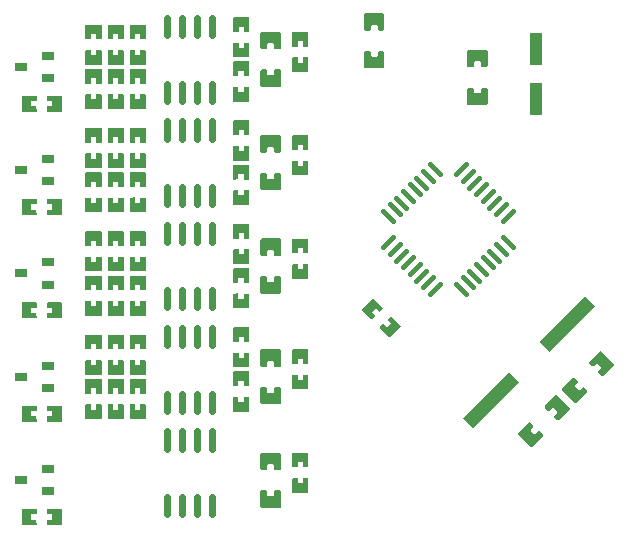
<source format=gtp>
G04 Layer: TopPasteMaskLayer*
G04 EasyEDA v6.5.9, 2022-07-21 16:41:51*
G04 b4f09f4bc33d498599fb5b0af984a39b,0f63320d19d842adba92ba3d91eb0df2,10*
G04 Gerber Generator version 0.2*
G04 Scale: 100 percent, Rotated: No, Reflected: No *
G04 Dimensions in millimeters *
G04 leading zeros omitted , absolute positions ,4 integer and 5 decimal *
%FSLAX45Y45*%
%MOMM*%

%ADD10C,0.5880*%
%ADD11C,0.4500*%
%ADD12R,1.1000X2.8000*%
%ADD13R,1.0000X0.8000*%

%LPD*%
G36*
X9096908Y1469136D02*
G01*
X9006078Y1378254D01*
X9006078Y1364132D01*
X9032240Y1337970D01*
X9046413Y1337970D01*
X9067952Y1359509D01*
X9082074Y1359509D01*
X9109506Y1332128D01*
X9109506Y1317955D01*
X9087916Y1296416D01*
X9087916Y1282242D01*
X9114129Y1256080D01*
X9128252Y1256080D01*
X9219133Y1346962D01*
X9219133Y1361084D01*
X9111081Y1469136D01*
G37*
G36*
X8871712Y1243939D02*
G01*
X8780830Y1153058D01*
X8780830Y1138885D01*
X8888882Y1030884D01*
X8903055Y1030884D01*
X8993886Y1121714D01*
X8993886Y1135888D01*
X8967724Y1162050D01*
X8953550Y1162050D01*
X8932011Y1140510D01*
X8917889Y1140510D01*
X8890457Y1167892D01*
X8890457Y1182014D01*
X8912047Y1203604D01*
X8912047Y1217726D01*
X8885834Y1243939D01*
G37*
G36*
X9246717Y1618894D02*
G01*
X9155836Y1528064D01*
X9155836Y1513890D01*
X9263888Y1405839D01*
X9278061Y1405839D01*
X9368891Y1496720D01*
X9368891Y1510893D01*
X9342729Y1537055D01*
X9328556Y1537055D01*
X9307017Y1515465D01*
X9292894Y1515465D01*
X9265462Y1542897D01*
X9265462Y1557020D01*
X9287052Y1578610D01*
X9287052Y1592732D01*
X9260840Y1618894D01*
G37*
G36*
X9471914Y1844141D02*
G01*
X9381083Y1753260D01*
X9381083Y1739138D01*
X9407245Y1712925D01*
X9421368Y1712925D01*
X9442958Y1734515D01*
X9457080Y1734515D01*
X9484512Y1707083D01*
X9484512Y1692960D01*
X9462922Y1671421D01*
X9462922Y1657248D01*
X9489135Y1631086D01*
X9503257Y1631086D01*
X9594138Y1721916D01*
X9594138Y1736089D01*
X9486087Y1844141D01*
G37*
G36*
X6611112Y983487D02*
G01*
X6601104Y973480D01*
X6601104Y845007D01*
X6611112Y834999D01*
X6648094Y834999D01*
X6658102Y845007D01*
X6658102Y875487D01*
X6668109Y885494D01*
X6706870Y885494D01*
X6716877Y875487D01*
X6716877Y845007D01*
X6726885Y834999D01*
X6763867Y834999D01*
X6773875Y845007D01*
X6773875Y973480D01*
X6763867Y983487D01*
G37*
G36*
X6611112Y665022D02*
G01*
X6601104Y655015D01*
X6601104Y526491D01*
X6611112Y516483D01*
X6763867Y516483D01*
X6773875Y526491D01*
X6773875Y655015D01*
X6763867Y665022D01*
X6726885Y665022D01*
X6716877Y655015D01*
X6716877Y624484D01*
X6706870Y614527D01*
X6668109Y614527D01*
X6658102Y624484D01*
X6658102Y655015D01*
X6648094Y665022D01*
G37*
G36*
X6873494Y1857502D02*
G01*
X6868464Y1852523D01*
X6868464Y1737512D01*
X6873494Y1732483D01*
X6915505Y1732991D01*
X6915505Y1776984D01*
X6960463Y1776984D01*
X6960463Y1731975D01*
X7001509Y1732483D01*
X7006488Y1737512D01*
X7006488Y1852523D01*
X7001509Y1857502D01*
G37*
G36*
X6873494Y1642516D02*
G01*
X6868464Y1637487D01*
X6868464Y1522476D01*
X6873494Y1517497D01*
X7001509Y1517497D01*
X7006488Y1522476D01*
X7006488Y1637487D01*
X7001509Y1642516D01*
X6960463Y1642008D01*
X6960463Y1598015D01*
X6915505Y1598015D01*
X6915505Y1642516D01*
G37*
G36*
X6873494Y2795016D02*
G01*
X6868464Y2789986D01*
X6868464Y2674975D01*
X6873494Y2669997D01*
X6915505Y2670505D01*
X6915505Y2714498D01*
X6960463Y2714498D01*
X6960463Y2669489D01*
X7001509Y2669997D01*
X7006488Y2674975D01*
X7006488Y2789986D01*
X7001509Y2795016D01*
G37*
G36*
X6873494Y2579979D02*
G01*
X6868464Y2575001D01*
X6868464Y2459990D01*
X6873494Y2455011D01*
X7001509Y2455011D01*
X7006488Y2459990D01*
X7006488Y2575001D01*
X7001509Y2579979D01*
X6960463Y2579471D01*
X6960463Y2535478D01*
X6915505Y2535478D01*
X6915505Y2579979D01*
G37*
G36*
X6873494Y3669995D02*
G01*
X6868464Y3665016D01*
X6868464Y3550005D01*
X6873494Y3544976D01*
X6915505Y3545484D01*
X6915505Y3589477D01*
X6960463Y3589477D01*
X6960463Y3544468D01*
X7001509Y3544976D01*
X7006488Y3550005D01*
X7006488Y3665016D01*
X7001509Y3669995D01*
G37*
G36*
X6873494Y3455009D02*
G01*
X6868464Y3449980D01*
X6868464Y3334969D01*
X6873494Y3329990D01*
X7001509Y3329990D01*
X7006488Y3334969D01*
X7006488Y3449980D01*
X7001509Y3455009D01*
X6960463Y3454501D01*
X6960463Y3410508D01*
X6915505Y3410508D01*
X6915505Y3455009D01*
G37*
G36*
X6873494Y4544974D02*
G01*
X6868464Y4539996D01*
X6868464Y4424984D01*
X6873494Y4420006D01*
X6915505Y4420463D01*
X6915505Y4464507D01*
X6960463Y4464507D01*
X6960463Y4419498D01*
X7001509Y4420006D01*
X7006488Y4424984D01*
X7006488Y4539996D01*
X7001509Y4544974D01*
G37*
G36*
X6873494Y4329988D02*
G01*
X6868464Y4325010D01*
X6868464Y4209999D01*
X6873494Y4204970D01*
X7001509Y4204970D01*
X7006488Y4209999D01*
X7006488Y4325010D01*
X7001509Y4329988D01*
X6960463Y4329480D01*
X6960463Y4285488D01*
X6915505Y4285488D01*
X6915505Y4329988D01*
G37*
G36*
X6873494Y982522D02*
G01*
X6868464Y977493D01*
X6868464Y862482D01*
X6873494Y857503D01*
X6915505Y858012D01*
X6915505Y902004D01*
X6960463Y902004D01*
X6960463Y856996D01*
X7001509Y857503D01*
X7006488Y862482D01*
X7006488Y977493D01*
X7001509Y982522D01*
G37*
G36*
X6873494Y767486D02*
G01*
X6868464Y762508D01*
X6868464Y647496D01*
X6873494Y642518D01*
X7001509Y642518D01*
X7006488Y647496D01*
X7006488Y762508D01*
X7001509Y767486D01*
X6960463Y766978D01*
X6960463Y722985D01*
X6915505Y722985D01*
X6915505Y767486D01*
G37*
G36*
X7486091Y4705248D02*
G01*
X7476083Y4695240D01*
X7476083Y4566716D01*
X7486091Y4556709D01*
X7523124Y4556709D01*
X7533131Y4566716D01*
X7533131Y4597196D01*
X7543088Y4607204D01*
X7581849Y4607204D01*
X7591856Y4597196D01*
X7591856Y4566716D01*
X7601864Y4556709D01*
X7638897Y4556709D01*
X7648905Y4566716D01*
X7648905Y4695240D01*
X7638897Y4705248D01*
G37*
G36*
X7486091Y4386732D02*
G01*
X7476083Y4376724D01*
X7476083Y4248251D01*
X7486091Y4238244D01*
X7638897Y4238244D01*
X7648905Y4248251D01*
X7648905Y4376724D01*
X7638897Y4386732D01*
X7601864Y4386732D01*
X7591856Y4376724D01*
X7591856Y4346244D01*
X7581849Y4336237D01*
X7543088Y4336237D01*
X7533131Y4346244D01*
X7533131Y4376724D01*
X7523124Y4386732D01*
G37*
G36*
X8361070Y4074210D02*
G01*
X8351062Y4064254D01*
X8351062Y3935729D01*
X8361070Y3925722D01*
X8513876Y3925722D01*
X8523884Y3935729D01*
X8523884Y4064254D01*
X8513876Y4074210D01*
X8476843Y4074210D01*
X8466836Y4064254D01*
X8466836Y4033723D01*
X8456879Y4023715D01*
X8418118Y4023715D01*
X8408111Y4033723D01*
X8408111Y4064254D01*
X8398103Y4074210D01*
G37*
G36*
X8361070Y4392726D02*
G01*
X8351062Y4382719D01*
X8351062Y4254246D01*
X8361070Y4244238D01*
X8398103Y4244238D01*
X8408111Y4254246D01*
X8408111Y4284726D01*
X8418118Y4294733D01*
X8456879Y4294733D01*
X8466836Y4284726D01*
X8466836Y4254246D01*
X8476843Y4244238D01*
X8513876Y4244238D01*
X8523884Y4254246D01*
X8523884Y4382719D01*
X8513876Y4392726D01*
G37*
G36*
X6611112Y1858518D02*
G01*
X6601104Y1848510D01*
X6601104Y1719986D01*
X6611112Y1709978D01*
X6648094Y1709978D01*
X6658102Y1719986D01*
X6658102Y1750466D01*
X6668109Y1760474D01*
X6706870Y1760474D01*
X6716877Y1750466D01*
X6716877Y1719986D01*
X6726885Y1709978D01*
X6763867Y1709978D01*
X6773875Y1719986D01*
X6773875Y1848510D01*
X6763867Y1858518D01*
G37*
G36*
X6611112Y1540002D02*
G01*
X6601104Y1529994D01*
X6601104Y1401521D01*
X6611112Y1391513D01*
X6763867Y1391513D01*
X6773875Y1401521D01*
X6773875Y1529994D01*
X6763867Y1540002D01*
X6726885Y1540002D01*
X6716877Y1529994D01*
X6716877Y1499514D01*
X6706870Y1489506D01*
X6668109Y1489506D01*
X6658102Y1499514D01*
X6658102Y1529994D01*
X6648094Y1540002D01*
G37*
G36*
X6611112Y2795981D02*
G01*
X6601104Y2785973D01*
X6601104Y2657500D01*
X6611112Y2647492D01*
X6648094Y2647492D01*
X6658102Y2657500D01*
X6658102Y2687980D01*
X6668109Y2697988D01*
X6706870Y2697988D01*
X6716877Y2687980D01*
X6716877Y2657500D01*
X6726885Y2647492D01*
X6763867Y2647492D01*
X6773875Y2657500D01*
X6773875Y2785973D01*
X6763867Y2795981D01*
G37*
G36*
X6611112Y2477516D02*
G01*
X6601104Y2467508D01*
X6601104Y2338984D01*
X6611112Y2328976D01*
X6763867Y2328976D01*
X6773875Y2338984D01*
X6773875Y2467508D01*
X6763867Y2477516D01*
X6726885Y2477516D01*
X6716877Y2467508D01*
X6716877Y2437028D01*
X6706870Y2427020D01*
X6668109Y2427020D01*
X6658102Y2437028D01*
X6658102Y2467508D01*
X6648094Y2477516D01*
G37*
G36*
X6611112Y3671011D02*
G01*
X6601104Y3661003D01*
X6601104Y3532479D01*
X6611112Y3522472D01*
X6648094Y3522472D01*
X6658102Y3532479D01*
X6658102Y3563010D01*
X6668109Y3572967D01*
X6706870Y3572967D01*
X6716877Y3563010D01*
X6716877Y3532479D01*
X6726885Y3522472D01*
X6763867Y3522472D01*
X6773875Y3532479D01*
X6773875Y3661003D01*
X6763867Y3671011D01*
G37*
G36*
X6611112Y3352495D02*
G01*
X6601104Y3342487D01*
X6601104Y3214014D01*
X6611112Y3204006D01*
X6763867Y3204006D01*
X6773875Y3214014D01*
X6773875Y3342487D01*
X6763867Y3352495D01*
X6726885Y3352495D01*
X6716877Y3342487D01*
X6716877Y3312007D01*
X6706870Y3302000D01*
X6668109Y3302000D01*
X6658102Y3312007D01*
X6658102Y3342487D01*
X6648094Y3352495D01*
G37*
G36*
X6611112Y4545990D02*
G01*
X6601104Y4535982D01*
X6601104Y4407509D01*
X6611112Y4397502D01*
X6648094Y4397502D01*
X6658102Y4407509D01*
X6658102Y4437989D01*
X6668109Y4447997D01*
X6706870Y4447997D01*
X6716877Y4437989D01*
X6716877Y4407509D01*
X6726885Y4397502D01*
X6763867Y4397502D01*
X6773875Y4407509D01*
X6773875Y4535982D01*
X6763867Y4545990D01*
G37*
G36*
X6611112Y4227474D02*
G01*
X6601104Y4217466D01*
X6601104Y4088993D01*
X6611112Y4078986D01*
X6763867Y4078986D01*
X6773875Y4088993D01*
X6773875Y4217466D01*
X6763867Y4227474D01*
X6726885Y4227474D01*
X6716877Y4217466D01*
X6716877Y4186986D01*
X6706870Y4176979D01*
X6668109Y4176979D01*
X6658102Y4186986D01*
X6658102Y4217466D01*
X6648094Y4227474D01*
G37*
G36*
X7702042Y2138426D02*
G01*
X7672730Y2108403D01*
X7703820Y2077262D01*
X7672019Y2045462D01*
X7640167Y2077262D01*
X7611567Y2047900D01*
X7611567Y2040839D01*
X7692847Y1959508D01*
X7699959Y1959508D01*
X7790434Y2050034D01*
X7790434Y2057095D01*
X7709153Y2138426D01*
G37*
G36*
X7550048Y2290470D02*
G01*
X7459522Y2199944D01*
X7459522Y2192883D01*
X7540853Y2111552D01*
X7547914Y2111552D01*
X7576566Y2140915D01*
X7545425Y2172004D01*
X7577277Y2203856D01*
X7608722Y2172360D01*
X7638440Y2202078D01*
X7638440Y2209139D01*
X7557109Y2290470D01*
G37*
G36*
X4799990Y1381506D02*
G01*
X4795012Y1376476D01*
X4795469Y1334516D01*
X4839512Y1334516D01*
X4839512Y1289507D01*
X4794504Y1289507D01*
X4795012Y1248511D01*
X4799990Y1243482D01*
X4915001Y1243482D01*
X4919980Y1248511D01*
X4919980Y1376476D01*
X4915001Y1381506D01*
G37*
G36*
X4585004Y1381506D02*
G01*
X4579975Y1376476D01*
X4579975Y1248511D01*
X4585004Y1243482D01*
X4699965Y1243482D01*
X4704994Y1248511D01*
X4704486Y1289507D01*
X4660493Y1289507D01*
X4660493Y1334516D01*
X4704994Y1334516D01*
X4704994Y1376476D01*
X4699965Y1381506D01*
G37*
G36*
X5310987Y1607515D02*
G01*
X5306009Y1602486D01*
X5306009Y1487474D01*
X5310987Y1482496D01*
X5352999Y1483004D01*
X5352999Y1526997D01*
X5398008Y1526997D01*
X5398008Y1481988D01*
X5439003Y1482496D01*
X5443982Y1487474D01*
X5443982Y1602486D01*
X5439003Y1607515D01*
G37*
G36*
X5310987Y1392478D02*
G01*
X5306009Y1387500D01*
X5306009Y1272489D01*
X5310987Y1267510D01*
X5439003Y1267510D01*
X5443982Y1272489D01*
X5443982Y1387500D01*
X5439003Y1392478D01*
X5398008Y1391970D01*
X5398008Y1347978D01*
X5352999Y1347978D01*
X5352999Y1392478D01*
G37*
G36*
X5310987Y1982520D02*
G01*
X5306009Y1977491D01*
X5306009Y1862480D01*
X5310987Y1857502D01*
X5352999Y1858010D01*
X5352999Y1902002D01*
X5398008Y1902002D01*
X5398008Y1856993D01*
X5439003Y1857502D01*
X5443982Y1862480D01*
X5443982Y1977491D01*
X5439003Y1982520D01*
G37*
G36*
X5310987Y1767484D02*
G01*
X5306009Y1762506D01*
X5306009Y1647494D01*
X5310987Y1642516D01*
X5439003Y1642516D01*
X5443982Y1647494D01*
X5443982Y1762506D01*
X5439003Y1767484D01*
X5398008Y1766976D01*
X5398008Y1722983D01*
X5352999Y1722983D01*
X5352999Y1767484D01*
G37*
G36*
X5123484Y1607515D02*
G01*
X5118506Y1602486D01*
X5118506Y1487474D01*
X5123484Y1482496D01*
X5165496Y1483004D01*
X5165496Y1526997D01*
X5210505Y1526997D01*
X5210505Y1481988D01*
X5251500Y1482496D01*
X5256479Y1487474D01*
X5256479Y1602486D01*
X5251500Y1607515D01*
G37*
G36*
X5123484Y1392478D02*
G01*
X5118506Y1387500D01*
X5118506Y1272489D01*
X5123484Y1267510D01*
X5251500Y1267510D01*
X5256479Y1272489D01*
X5256479Y1387500D01*
X5251500Y1392478D01*
X5210505Y1391970D01*
X5210505Y1347978D01*
X5165496Y1347978D01*
X5165496Y1392478D01*
G37*
G36*
X6414516Y1455521D02*
G01*
X6373469Y1455013D01*
X6368491Y1449984D01*
X6368491Y1334973D01*
X6373469Y1329994D01*
X6501485Y1329994D01*
X6506514Y1334973D01*
X6506514Y1449984D01*
X6501485Y1455013D01*
X6459474Y1454505D01*
X6459474Y1410512D01*
X6414516Y1410512D01*
G37*
G36*
X6373469Y1669999D02*
G01*
X6368491Y1664970D01*
X6368491Y1550009D01*
X6373469Y1544980D01*
X6414516Y1545488D01*
X6414516Y1589481D01*
X6459474Y1589481D01*
X6459474Y1544980D01*
X6501485Y1544980D01*
X6506514Y1550009D01*
X6506514Y1664970D01*
X6501485Y1669999D01*
G37*
G36*
X5539486Y1392986D02*
G01*
X5498490Y1392478D01*
X5493512Y1387500D01*
X5493512Y1272489D01*
X5498490Y1267510D01*
X5626506Y1267510D01*
X5631484Y1272489D01*
X5631484Y1387500D01*
X5626506Y1392478D01*
X5584494Y1392021D01*
X5584494Y1347978D01*
X5539486Y1347978D01*
G37*
G36*
X5498490Y1607515D02*
G01*
X5493512Y1602486D01*
X5493512Y1487474D01*
X5498490Y1482496D01*
X5539486Y1483004D01*
X5539486Y1526997D01*
X5584494Y1526997D01*
X5584494Y1482496D01*
X5626506Y1482496D01*
X5631484Y1487474D01*
X5631484Y1602486D01*
X5626506Y1607515D01*
G37*
G36*
X5539486Y1767992D02*
G01*
X5498490Y1767484D01*
X5493512Y1762506D01*
X5493512Y1647494D01*
X5498490Y1642516D01*
X5626506Y1642516D01*
X5631484Y1647494D01*
X5631484Y1762506D01*
X5626506Y1767484D01*
X5584494Y1766976D01*
X5584494Y1722983D01*
X5539486Y1722983D01*
G37*
G36*
X5498490Y1982470D02*
G01*
X5493512Y1977491D01*
X5493512Y1862480D01*
X5498490Y1857502D01*
X5539486Y1858010D01*
X5539486Y1902002D01*
X5584494Y1902002D01*
X5584494Y1857502D01*
X5626506Y1857502D01*
X5631484Y1862480D01*
X5631484Y1977491D01*
X5626506Y1982470D01*
G37*
G36*
X5164480Y1767992D02*
G01*
X5123484Y1767484D01*
X5118506Y1762506D01*
X5118506Y1647494D01*
X5123484Y1642516D01*
X5251500Y1642516D01*
X5256479Y1647494D01*
X5256479Y1762506D01*
X5251500Y1767484D01*
X5209489Y1766976D01*
X5209489Y1722983D01*
X5164480Y1722983D01*
G37*
G36*
X5123484Y1982470D02*
G01*
X5118506Y1977491D01*
X5118506Y1862480D01*
X5123484Y1857502D01*
X5164480Y1858010D01*
X5164480Y1902002D01*
X5209489Y1902002D01*
X5209489Y1857502D01*
X5251500Y1857502D01*
X5256479Y1862480D01*
X5256479Y1977491D01*
X5251500Y1982470D01*
G37*
G36*
X6373469Y2045004D02*
G01*
X6368491Y2039975D01*
X6368491Y1925015D01*
X6373469Y1919986D01*
X6415481Y1920493D01*
X6415481Y1964486D01*
X6460490Y1964486D01*
X6460490Y1919478D01*
X6501485Y1919986D01*
X6506464Y1925015D01*
X6506464Y2039975D01*
X6501485Y2045004D01*
G37*
G36*
X6373469Y1830019D02*
G01*
X6368491Y1824989D01*
X6368491Y1709978D01*
X6373469Y1705000D01*
X6501485Y1705000D01*
X6506464Y1709978D01*
X6506464Y1824989D01*
X6501485Y1830019D01*
X6460490Y1829511D01*
X6460490Y1785518D01*
X6415481Y1785518D01*
X6415481Y1830019D01*
G37*
G36*
X6373469Y2919984D02*
G01*
X6368491Y2915005D01*
X6368491Y2799994D01*
X6373469Y2795016D01*
X6415481Y2795473D01*
X6415481Y2839516D01*
X6460490Y2839516D01*
X6460490Y2794508D01*
X6501485Y2795016D01*
X6506464Y2799994D01*
X6506464Y2915005D01*
X6501485Y2919984D01*
G37*
G36*
X6373469Y2704998D02*
G01*
X6368491Y2699969D01*
X6368491Y2585008D01*
X6373469Y2579979D01*
X6501485Y2579979D01*
X6506464Y2585008D01*
X6506464Y2699969D01*
X6501485Y2704998D01*
X6460490Y2704490D01*
X6460490Y2660497D01*
X6415481Y2660497D01*
X6415481Y2704998D01*
G37*
G36*
X5164480Y2642971D02*
G01*
X5123484Y2642514D01*
X5118506Y2637485D01*
X5118506Y2522474D01*
X5123484Y2517495D01*
X5251500Y2517495D01*
X5256479Y2522474D01*
X5256479Y2637485D01*
X5251500Y2642514D01*
X5209489Y2642006D01*
X5209489Y2598013D01*
X5164480Y2598013D01*
G37*
G36*
X5123484Y2857500D02*
G01*
X5118506Y2852470D01*
X5118506Y2737510D01*
X5123484Y2732481D01*
X5164480Y2732989D01*
X5164480Y2776982D01*
X5209489Y2776982D01*
X5209489Y2732481D01*
X5251500Y2732481D01*
X5256479Y2737510D01*
X5256479Y2852470D01*
X5251500Y2857500D01*
G37*
G36*
X5539486Y2642971D02*
G01*
X5498490Y2642514D01*
X5493512Y2637485D01*
X5493512Y2522474D01*
X5498490Y2517495D01*
X5626506Y2517495D01*
X5631484Y2522474D01*
X5631484Y2637485D01*
X5626506Y2642514D01*
X5584494Y2642006D01*
X5584494Y2598013D01*
X5539486Y2598013D01*
G37*
G36*
X5498490Y2857500D02*
G01*
X5493512Y2852470D01*
X5493512Y2737510D01*
X5498490Y2732481D01*
X5539486Y2732989D01*
X5539486Y2776982D01*
X5584494Y2776982D01*
X5584494Y2732481D01*
X5626506Y2732481D01*
X5631484Y2737510D01*
X5631484Y2852470D01*
X5626506Y2857500D01*
G37*
G36*
X5539486Y2268016D02*
G01*
X5498490Y2267508D01*
X5493512Y2262479D01*
X5493512Y2147519D01*
X5498490Y2142490D01*
X5626506Y2142490D01*
X5631484Y2147519D01*
X5631484Y2262479D01*
X5626506Y2267508D01*
X5584494Y2267000D01*
X5584494Y2223008D01*
X5539486Y2223008D01*
G37*
G36*
X5498490Y2482494D02*
G01*
X5493512Y2477516D01*
X5493512Y2362504D01*
X5498490Y2357475D01*
X5539486Y2357983D01*
X5539486Y2401976D01*
X5584494Y2401976D01*
X5584494Y2357475D01*
X5626506Y2357475D01*
X5631484Y2362504D01*
X5631484Y2477516D01*
X5626506Y2482494D01*
G37*
G36*
X6414516Y2330500D02*
G01*
X6373469Y2329992D01*
X6368491Y2325014D01*
X6368491Y2210003D01*
X6373469Y2204974D01*
X6501485Y2204974D01*
X6506514Y2210003D01*
X6506514Y2325014D01*
X6501485Y2329992D01*
X6459474Y2329484D01*
X6459474Y2285492D01*
X6414516Y2285492D01*
G37*
G36*
X6373469Y2544978D02*
G01*
X6368491Y2540000D01*
X6368491Y2424988D01*
X6373469Y2420010D01*
X6414516Y2420518D01*
X6414516Y2464511D01*
X6459474Y2464511D01*
X6459474Y2420010D01*
X6501485Y2420010D01*
X6506514Y2424988D01*
X6506514Y2540000D01*
X6501485Y2544978D01*
G37*
G36*
X5123484Y2482494D02*
G01*
X5118506Y2477516D01*
X5118506Y2362504D01*
X5123484Y2357475D01*
X5165496Y2357983D01*
X5165496Y2401976D01*
X5210505Y2401976D01*
X5210505Y2357018D01*
X5251500Y2357475D01*
X5256479Y2362504D01*
X5256479Y2477516D01*
X5251500Y2482494D01*
G37*
G36*
X5123484Y2267508D02*
G01*
X5118506Y2262479D01*
X5118506Y2147519D01*
X5123484Y2142490D01*
X5251500Y2142490D01*
X5256479Y2147519D01*
X5256479Y2262479D01*
X5251500Y2267508D01*
X5210505Y2267000D01*
X5210505Y2223008D01*
X5165496Y2223008D01*
X5165496Y2267508D01*
G37*
G36*
X5310987Y2857500D02*
G01*
X5306009Y2852470D01*
X5306009Y2737510D01*
X5310987Y2732481D01*
X5352999Y2732989D01*
X5352999Y2776982D01*
X5398008Y2776982D01*
X5398008Y2731973D01*
X5439003Y2732481D01*
X5443982Y2737510D01*
X5443982Y2852470D01*
X5439003Y2857500D01*
G37*
G36*
X5310987Y2642514D02*
G01*
X5306009Y2637485D01*
X5306009Y2522474D01*
X5310987Y2517495D01*
X5439003Y2517495D01*
X5443982Y2522474D01*
X5443982Y2637485D01*
X5439003Y2642514D01*
X5398008Y2642006D01*
X5398008Y2598013D01*
X5352999Y2598013D01*
X5352999Y2642514D01*
G37*
G36*
X5310987Y2482494D02*
G01*
X5306009Y2477516D01*
X5306009Y2362504D01*
X5310987Y2357475D01*
X5352999Y2357983D01*
X5352999Y2401976D01*
X5398008Y2401976D01*
X5398008Y2357018D01*
X5439003Y2357475D01*
X5443982Y2362504D01*
X5443982Y2477516D01*
X5439003Y2482494D01*
G37*
G36*
X5310987Y2267508D02*
G01*
X5306009Y2262479D01*
X5306009Y2147519D01*
X5310987Y2142490D01*
X5439003Y2142490D01*
X5443982Y2147519D01*
X5443982Y2262479D01*
X5439003Y2267508D01*
X5398008Y2267000D01*
X5398008Y2223008D01*
X5352999Y2223008D01*
X5352999Y2267508D01*
G37*
G36*
X4799990Y2256485D02*
G01*
X4795012Y2251506D01*
X4795469Y2209495D01*
X4839512Y2209495D01*
X4839512Y2164486D01*
X4794504Y2164486D01*
X4795012Y2123490D01*
X4799990Y2118512D01*
X4915001Y2118512D01*
X4919980Y2123490D01*
X4919980Y2251506D01*
X4915001Y2256485D01*
G37*
G36*
X4585004Y2256485D02*
G01*
X4579975Y2251506D01*
X4579975Y2123490D01*
X4585004Y2118512D01*
X4699965Y2118512D01*
X4704994Y2123490D01*
X4704486Y2164486D01*
X4660493Y2164486D01*
X4660493Y2209495D01*
X4704994Y2209495D01*
X4704994Y2251506D01*
X4699965Y2256485D01*
G37*
G36*
X6373469Y3795014D02*
G01*
X6368491Y3789984D01*
X6368491Y3674973D01*
X6373469Y3669995D01*
X6415481Y3670503D01*
X6415481Y3714496D01*
X6460490Y3714496D01*
X6460490Y3669487D01*
X6501485Y3669995D01*
X6506464Y3674973D01*
X6506464Y3789984D01*
X6501485Y3795014D01*
G37*
G36*
X6373469Y3579977D02*
G01*
X6368491Y3574999D01*
X6368491Y3459987D01*
X6373469Y3455009D01*
X6501485Y3455009D01*
X6506464Y3459987D01*
X6506464Y3574999D01*
X6501485Y3579977D01*
X6460490Y3579469D01*
X6460490Y3535476D01*
X6415481Y3535476D01*
X6415481Y3579977D01*
G37*
G36*
X5164480Y3518001D02*
G01*
X5123484Y3517493D01*
X5118506Y3512515D01*
X5118506Y3397504D01*
X5123484Y3392474D01*
X5251500Y3392474D01*
X5256479Y3397504D01*
X5256479Y3512515D01*
X5251500Y3517493D01*
X5209489Y3516985D01*
X5209489Y3472992D01*
X5164480Y3472992D01*
G37*
G36*
X5123484Y3732479D02*
G01*
X5118506Y3727500D01*
X5118506Y3612489D01*
X5123484Y3607511D01*
X5164480Y3608019D01*
X5164480Y3652012D01*
X5209489Y3652012D01*
X5209489Y3607511D01*
X5251500Y3607511D01*
X5256479Y3612489D01*
X5256479Y3727500D01*
X5251500Y3732479D01*
G37*
G36*
X5539486Y3518001D02*
G01*
X5498490Y3517493D01*
X5493512Y3512515D01*
X5493512Y3397504D01*
X5498490Y3392474D01*
X5626506Y3392474D01*
X5631484Y3397504D01*
X5631484Y3512515D01*
X5626506Y3517493D01*
X5584494Y3516985D01*
X5584494Y3472992D01*
X5539486Y3472992D01*
G37*
G36*
X5498490Y3732479D02*
G01*
X5493512Y3727500D01*
X5493512Y3612489D01*
X5498490Y3607511D01*
X5539486Y3608019D01*
X5539486Y3652012D01*
X5584494Y3652012D01*
X5584494Y3607511D01*
X5626506Y3607511D01*
X5631484Y3612489D01*
X5631484Y3727500D01*
X5626506Y3732479D01*
G37*
G36*
X5539486Y3142996D02*
G01*
X5498490Y3142488D01*
X5493512Y3137509D01*
X5493512Y3022498D01*
X5498490Y3017469D01*
X5626506Y3017469D01*
X5631484Y3022498D01*
X5631484Y3137509D01*
X5626506Y3142488D01*
X5584494Y3141980D01*
X5584494Y3097987D01*
X5539486Y3097987D01*
G37*
G36*
X5498490Y3357473D02*
G01*
X5493512Y3352495D01*
X5493512Y3237484D01*
X5498490Y3232505D01*
X5539486Y3233013D01*
X5539486Y3277006D01*
X5584494Y3277006D01*
X5584494Y3232505D01*
X5626506Y3232505D01*
X5631484Y3237484D01*
X5631484Y3352495D01*
X5626506Y3357473D01*
G37*
G36*
X6414516Y3205480D02*
G01*
X6373469Y3204972D01*
X6368491Y3199993D01*
X6368491Y3084982D01*
X6373469Y3080004D01*
X6501485Y3080004D01*
X6506514Y3084982D01*
X6506514Y3199993D01*
X6501485Y3204972D01*
X6459474Y3204514D01*
X6459474Y3160471D01*
X6414516Y3160471D01*
G37*
G36*
X6373469Y3420008D02*
G01*
X6368491Y3414979D01*
X6368491Y3299968D01*
X6373469Y3294989D01*
X6414516Y3295497D01*
X6414516Y3339490D01*
X6459474Y3339490D01*
X6459474Y3294989D01*
X6501485Y3294989D01*
X6506514Y3299968D01*
X6506514Y3414979D01*
X6501485Y3420008D01*
G37*
G36*
X5123484Y3357473D02*
G01*
X5118506Y3352495D01*
X5118506Y3237484D01*
X5123484Y3232505D01*
X5165496Y3233013D01*
X5165496Y3277006D01*
X5210505Y3277006D01*
X5210505Y3231997D01*
X5251500Y3232505D01*
X5256479Y3237484D01*
X5256479Y3352495D01*
X5251500Y3357473D01*
G37*
G36*
X5123484Y3142488D02*
G01*
X5118506Y3137509D01*
X5118506Y3022498D01*
X5123484Y3017469D01*
X5251500Y3017469D01*
X5256479Y3022498D01*
X5256479Y3137509D01*
X5251500Y3142488D01*
X5210505Y3141980D01*
X5210505Y3097987D01*
X5165496Y3097987D01*
X5165496Y3142488D01*
G37*
G36*
X5310987Y3732479D02*
G01*
X5306009Y3727500D01*
X5306009Y3612489D01*
X5310987Y3607511D01*
X5352999Y3607968D01*
X5352999Y3652012D01*
X5398008Y3652012D01*
X5398008Y3607003D01*
X5439003Y3607511D01*
X5443982Y3612489D01*
X5443982Y3727500D01*
X5439003Y3732479D01*
G37*
G36*
X5310987Y3517493D02*
G01*
X5306009Y3512515D01*
X5306009Y3397504D01*
X5310987Y3392474D01*
X5439003Y3392474D01*
X5443982Y3397504D01*
X5443982Y3512515D01*
X5439003Y3517493D01*
X5398008Y3516985D01*
X5398008Y3472992D01*
X5352999Y3472992D01*
X5352999Y3517493D01*
G37*
G36*
X5310987Y3357473D02*
G01*
X5306009Y3352495D01*
X5306009Y3237484D01*
X5310987Y3232505D01*
X5352999Y3233013D01*
X5352999Y3277006D01*
X5398008Y3277006D01*
X5398008Y3231997D01*
X5439003Y3232505D01*
X5443982Y3237484D01*
X5443982Y3352495D01*
X5439003Y3357473D01*
G37*
G36*
X5310987Y3142488D02*
G01*
X5306009Y3137509D01*
X5306009Y3022498D01*
X5310987Y3017469D01*
X5439003Y3017469D01*
X5443982Y3022498D01*
X5443982Y3137509D01*
X5439003Y3142488D01*
X5398008Y3141980D01*
X5398008Y3097987D01*
X5352999Y3097987D01*
X5352999Y3142488D01*
G37*
G36*
X4799990Y3131515D02*
G01*
X4795012Y3126486D01*
X4795469Y3084474D01*
X4839512Y3084474D01*
X4839512Y3039516D01*
X4794504Y3039516D01*
X4795012Y2998470D01*
X4799990Y2993491D01*
X4915001Y2993491D01*
X4919980Y2998470D01*
X4919980Y3126486D01*
X4915001Y3131515D01*
G37*
G36*
X4585004Y3131515D02*
G01*
X4579975Y3126486D01*
X4579975Y2998470D01*
X4585004Y2993491D01*
X4699965Y2993491D01*
X4704994Y2998470D01*
X4704486Y3039516D01*
X4660493Y3039516D01*
X4660493Y3084474D01*
X4704994Y3084474D01*
X4704994Y3126486D01*
X4699965Y3131515D01*
G37*
G36*
X6373469Y4669993D02*
G01*
X6368491Y4665014D01*
X6368491Y4550003D01*
X6373469Y4544974D01*
X6415481Y4545482D01*
X6415481Y4589475D01*
X6460490Y4589475D01*
X6460490Y4544466D01*
X6501485Y4544974D01*
X6506464Y4550003D01*
X6506464Y4665014D01*
X6501485Y4669993D01*
G37*
G36*
X6373469Y4455007D02*
G01*
X6368491Y4449978D01*
X6368491Y4334967D01*
X6373469Y4329988D01*
X6501485Y4329988D01*
X6506464Y4334967D01*
X6506464Y4449978D01*
X6501485Y4455007D01*
X6460490Y4454499D01*
X6460490Y4410506D01*
X6415481Y4410506D01*
X6415481Y4455007D01*
G37*
G36*
X5164480Y4392980D02*
G01*
X5123484Y4392472D01*
X5118506Y4387494D01*
X5118506Y4272483D01*
X5123484Y4267504D01*
X5251500Y4267504D01*
X5256479Y4272483D01*
X5256479Y4387494D01*
X5251500Y4392472D01*
X5209489Y4392015D01*
X5209489Y4347972D01*
X5164480Y4347972D01*
G37*
G36*
X5123484Y4607509D02*
G01*
X5118506Y4602480D01*
X5118506Y4487468D01*
X5123484Y4482490D01*
X5164480Y4482998D01*
X5164480Y4526991D01*
X5209489Y4526991D01*
X5209489Y4482490D01*
X5251500Y4482490D01*
X5256479Y4487468D01*
X5256479Y4602480D01*
X5251500Y4607509D01*
G37*
G36*
X5539486Y4392980D02*
G01*
X5498490Y4392472D01*
X5493512Y4387494D01*
X5493512Y4272483D01*
X5498490Y4267504D01*
X5626506Y4267504D01*
X5631484Y4272483D01*
X5631484Y4387494D01*
X5626506Y4392472D01*
X5584494Y4392015D01*
X5584494Y4347972D01*
X5539486Y4347972D01*
G37*
G36*
X5498490Y4607509D02*
G01*
X5493512Y4602480D01*
X5493512Y4487468D01*
X5498490Y4482490D01*
X5539486Y4482998D01*
X5539486Y4526991D01*
X5584494Y4526991D01*
X5584494Y4482490D01*
X5626506Y4482490D01*
X5631484Y4487468D01*
X5631484Y4602480D01*
X5626506Y4607509D01*
G37*
G36*
X5539486Y4017975D02*
G01*
X5498490Y4017467D01*
X5493512Y4012488D01*
X5493512Y3897477D01*
X5498490Y3892499D01*
X5626506Y3892499D01*
X5631484Y3897477D01*
X5631484Y4012488D01*
X5626506Y4017467D01*
X5584494Y4017010D01*
X5584494Y3972966D01*
X5539486Y3972966D01*
G37*
G36*
X5498490Y4232503D02*
G01*
X5493512Y4227474D01*
X5493512Y4112514D01*
X5498490Y4107484D01*
X5539486Y4107992D01*
X5539486Y4151985D01*
X5584494Y4151985D01*
X5584494Y4107484D01*
X5626506Y4107484D01*
X5631484Y4112514D01*
X5631484Y4227474D01*
X5626506Y4232503D01*
G37*
G36*
X6414516Y4080510D02*
G01*
X6373469Y4080001D01*
X6368491Y4074972D01*
X6368491Y3960012D01*
X6373469Y3954983D01*
X6501485Y3954983D01*
X6506514Y3960012D01*
X6506514Y4074972D01*
X6501485Y4080001D01*
X6459474Y4079494D01*
X6459474Y4035501D01*
X6414516Y4035501D01*
G37*
G36*
X6373469Y4294987D02*
G01*
X6368491Y4290009D01*
X6368491Y4174998D01*
X6373469Y4169968D01*
X6414516Y4170476D01*
X6414516Y4214469D01*
X6459474Y4214469D01*
X6459474Y4169968D01*
X6501485Y4169968D01*
X6506514Y4174998D01*
X6506514Y4290009D01*
X6501485Y4294987D01*
G37*
G36*
X5123484Y4232503D02*
G01*
X5118506Y4227474D01*
X5118506Y4112514D01*
X5123484Y4107484D01*
X5165496Y4107992D01*
X5165496Y4151985D01*
X5210505Y4151985D01*
X5210505Y4106976D01*
X5251500Y4107484D01*
X5256479Y4112514D01*
X5256479Y4227474D01*
X5251500Y4232503D01*
G37*
G36*
X5123484Y4017467D02*
G01*
X5118506Y4012488D01*
X5118506Y3897477D01*
X5123484Y3892499D01*
X5251500Y3892499D01*
X5256479Y3897477D01*
X5256479Y4012488D01*
X5251500Y4017467D01*
X5210505Y4017010D01*
X5210505Y3972966D01*
X5165496Y3972966D01*
X5165496Y4017467D01*
G37*
G36*
X5310987Y4607509D02*
G01*
X5306009Y4602480D01*
X5306009Y4487468D01*
X5310987Y4482490D01*
X5352999Y4482998D01*
X5352999Y4526991D01*
X5398008Y4526991D01*
X5398008Y4481982D01*
X5439003Y4482490D01*
X5443982Y4487468D01*
X5443982Y4602480D01*
X5439003Y4607509D01*
G37*
G36*
X5310987Y4392472D02*
G01*
X5306009Y4387494D01*
X5306009Y4272483D01*
X5310987Y4267504D01*
X5439003Y4267504D01*
X5443982Y4272483D01*
X5443982Y4387494D01*
X5439003Y4392472D01*
X5398008Y4392015D01*
X5398008Y4347972D01*
X5352999Y4347972D01*
X5352999Y4392472D01*
G37*
G36*
X5310987Y4232503D02*
G01*
X5306009Y4227474D01*
X5306009Y4112514D01*
X5310987Y4107484D01*
X5352999Y4107992D01*
X5352999Y4151985D01*
X5398008Y4151985D01*
X5398008Y4106976D01*
X5439003Y4107484D01*
X5443982Y4112514D01*
X5443982Y4227474D01*
X5439003Y4232503D01*
G37*
G36*
X5310987Y4017467D02*
G01*
X5306009Y4012488D01*
X5306009Y3897477D01*
X5310987Y3892499D01*
X5439003Y3892499D01*
X5443982Y3897477D01*
X5443982Y4012488D01*
X5439003Y4017467D01*
X5398008Y4017010D01*
X5398008Y3972966D01*
X5352999Y3972966D01*
X5352999Y4017467D01*
G37*
G36*
X4799990Y4006494D02*
G01*
X4795012Y4001515D01*
X4795469Y3959504D01*
X4839512Y3959504D01*
X4839512Y3914495D01*
X4794504Y3914495D01*
X4795012Y3873500D01*
X4799990Y3868470D01*
X4915001Y3868470D01*
X4919980Y3873500D01*
X4919980Y4001515D01*
X4915001Y4006494D01*
G37*
G36*
X4585004Y4006494D02*
G01*
X4579975Y4001515D01*
X4579975Y3873500D01*
X4585004Y3868470D01*
X4699965Y3868470D01*
X4704994Y3873500D01*
X4704486Y3914495D01*
X4660493Y3914495D01*
X4660493Y3959504D01*
X4704994Y3959504D01*
X4704994Y4001515D01*
X4699965Y4006494D01*
G37*
G36*
X4799990Y506476D02*
G01*
X4795012Y501497D01*
X4795469Y459485D01*
X4839512Y459485D01*
X4839512Y414528D01*
X4794504Y414528D01*
X4795012Y373481D01*
X4799990Y368503D01*
X4915001Y368503D01*
X4919980Y373481D01*
X4919980Y501497D01*
X4915001Y506476D01*
G37*
G36*
X4585004Y506476D02*
G01*
X4579975Y501497D01*
X4579975Y373481D01*
X4585004Y368503D01*
X4699965Y368503D01*
X4704994Y373481D01*
X4704486Y414528D01*
X4660493Y414528D01*
X4660493Y459485D01*
X4704994Y459485D01*
X4704994Y501497D01*
X4699965Y506476D01*
G37*
D10*
X5809488Y608103D02*
G01*
X5809488Y462404D01*
X5936488Y608103D02*
G01*
X5936488Y462404D01*
X6063488Y608103D02*
G01*
X6063488Y462404D01*
X6190488Y608103D02*
G01*
X6190488Y462404D01*
X5809488Y1162585D02*
G01*
X5809488Y1016886D01*
X5936488Y1162585D02*
G01*
X5936488Y1016886D01*
X6063488Y1162585D02*
G01*
X6063488Y1016886D01*
X6190488Y1162585D02*
G01*
X6190488Y1016886D01*
D11*
X8033250Y2324752D02*
G01*
X8118101Y2409604D01*
X7976659Y2381318D02*
G01*
X8061510Y2466169D01*
X7920093Y2437909D02*
G01*
X8004944Y2522761D01*
X7863527Y2494475D02*
G01*
X7948378Y2579326D01*
X7806961Y2551041D02*
G01*
X7891813Y2635892D01*
X7750395Y2607607D02*
G01*
X7835247Y2692458D01*
X7693830Y2664172D02*
G01*
X7778681Y2749024D01*
X7637238Y2720738D02*
G01*
X7722090Y2805590D01*
X7638153Y3028348D02*
G01*
X7723004Y2943496D01*
X7694719Y3084913D02*
G01*
X7779570Y3000062D01*
X7751284Y3141505D02*
G01*
X7836136Y3056653D01*
X7807850Y3198045D02*
G01*
X7892702Y3113194D01*
X7864441Y3254636D02*
G01*
X7949293Y3169785D01*
X7920982Y3311177D02*
G01*
X8005833Y3226325D01*
X7977573Y3367768D02*
G01*
X8062424Y3282916D01*
X8034139Y3424334D02*
G01*
X8118990Y3339482D01*
X8256897Y3340397D02*
G01*
X8341748Y3425248D01*
X8313463Y3283805D02*
G01*
X8398314Y3368657D01*
X8370028Y3227240D02*
G01*
X8454880Y3312091D01*
X8426594Y3170674D02*
G01*
X8511446Y3255525D01*
X8483160Y3114108D02*
G01*
X8568011Y3198959D01*
X8539726Y3057542D02*
G01*
X8624577Y3142394D01*
X8596292Y3000976D02*
G01*
X8681143Y3085828D01*
X8652883Y2944385D02*
G01*
X8737734Y3029237D01*
X8651968Y2806504D02*
G01*
X8736820Y2721653D01*
X8595403Y2749913D02*
G01*
X8680254Y2665061D01*
X8538837Y2693347D02*
G01*
X8623688Y2608496D01*
X8482271Y2636781D02*
G01*
X8567122Y2551930D01*
X8425705Y2580215D02*
G01*
X8510557Y2495364D01*
X8369139Y2523650D02*
G01*
X8453991Y2438798D01*
X8312574Y2467084D02*
G01*
X8397425Y2382232D01*
X8255982Y2410493D02*
G01*
X8340834Y2325641D01*
D10*
X5809488Y1483108D02*
G01*
X5809488Y1337409D01*
X5936488Y1483108D02*
G01*
X5936488Y1337409D01*
X6063488Y1483108D02*
G01*
X6063488Y1337409D01*
X6190488Y1483108D02*
G01*
X6190488Y1337409D01*
X5809488Y2037590D02*
G01*
X5809488Y1891891D01*
X5936488Y2037590D02*
G01*
X5936488Y1891891D01*
X6063488Y2037590D02*
G01*
X6063488Y1891891D01*
X6190488Y2037590D02*
G01*
X6190488Y1891891D01*
X5809488Y2358113D02*
G01*
X5809488Y2212413D01*
X5936488Y2358113D02*
G01*
X5936488Y2212413D01*
X6063488Y2358113D02*
G01*
X6063488Y2212413D01*
X6190488Y2358113D02*
G01*
X6190488Y2212413D01*
X5809488Y2912595D02*
G01*
X5809488Y2766895D01*
X5936488Y2912595D02*
G01*
X5936488Y2766895D01*
X6063488Y2912595D02*
G01*
X6063488Y2766895D01*
X6190488Y2912595D02*
G01*
X6190488Y2766895D01*
X5809488Y3233092D02*
G01*
X5809488Y3087392D01*
X5936488Y3233092D02*
G01*
X5936488Y3087392D01*
X6063488Y3233092D02*
G01*
X6063488Y3087392D01*
X6190488Y3233092D02*
G01*
X6190488Y3087392D01*
X5809488Y3787574D02*
G01*
X5809488Y3641874D01*
X5936488Y3787574D02*
G01*
X5936488Y3641874D01*
X6063488Y3787574D02*
G01*
X6063488Y3641874D01*
X6190488Y3787574D02*
G01*
X6190488Y3641874D01*
X5809488Y4108096D02*
G01*
X5809488Y3962397D01*
X5936488Y4108096D02*
G01*
X5936488Y3962397D01*
X6063488Y4108096D02*
G01*
X6063488Y3962397D01*
X6190488Y4108096D02*
G01*
X6190488Y3962397D01*
X5809488Y4662578D02*
G01*
X5809488Y4516879D01*
X5936488Y4662578D02*
G01*
X5936488Y4516879D01*
X6063488Y4662578D02*
G01*
X6063488Y4516879D01*
X6190488Y4662578D02*
G01*
X6190488Y4516879D01*
G36*
X8956507Y1923445D02*
G01*
X9345416Y2312355D01*
X9437339Y2220429D01*
X9048429Y1831520D01*
G37*
G36*
X8312622Y1279560D02*
G01*
X8701531Y1668470D01*
X8793457Y1576547D01*
X8404547Y1187637D01*
G37*
D12*
G01*
X8937472Y3977487D03*
G01*
X8937472Y4397502D03*
D13*
G01*
X4802504Y1719986D03*
G01*
X4572482Y1624990D03*
G01*
X4802479Y1529994D03*
G01*
X4802504Y2594990D03*
G01*
X4572482Y2499995D03*
G01*
X4802479Y2404998D03*
G01*
X4802504Y3469995D03*
G01*
X4572482Y3374999D03*
G01*
X4802479Y3280003D03*
G01*
X4802504Y4345000D03*
G01*
X4572482Y4250004D03*
G01*
X4802479Y4154982D03*
G01*
X4802504Y845007D03*
G01*
X4572482Y750011D03*
G01*
X4802479Y654989D03*
M02*

</source>
